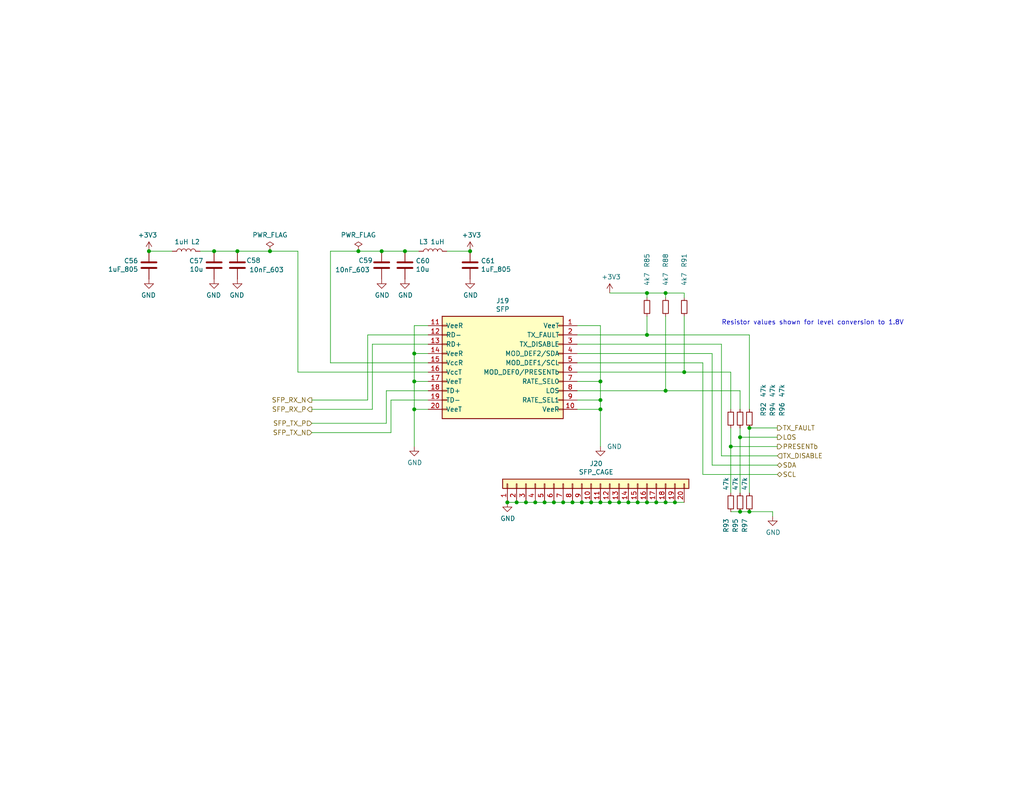
<source format=kicad_sch>
(kicad_sch (version 20230121) (generator eeschema)
  (paper "USLetter")
  (title_block (title "Timing FMC") (date "2018-11-01") (rev "0.0"))
  (lib_symbols
    (symbol "Connector_Generic:Conn_01x20" (pin_names (offset 1.016) hide)
      (property "Reference" "J" (at 0 25.4 0))
      (property "Value" "Conn_01x20" (at 0 -27.94 0))
      (symbol "Conn_01x20_1_1"
        (rectangle (start -1.27 -25.273) (end 0 -25.527) (stroke (width 0.1524)))
        (rectangle (start -1.27 -22.733) (end 0 -22.987) (stroke (width 0.1524)))
        (rectangle (start -1.27 -20.193) (end 0 -20.447) (stroke (width 0.1524)))
        (rectangle (start -1.27 -17.653) (end 0 -17.907) (stroke (width 0.1524)))
        (rectangle (start -1.27 -15.113) (end 0 -15.367) (stroke (width 0.1524)))
        (rectangle (start -1.27 -12.573) (end 0 -12.827) (stroke (width 0.1524)))
        (rectangle (start -1.27 -10.033) (end 0 -10.287) (stroke (width 0.1524)))
        (rectangle (start -1.27 -7.493) (end 0 -7.747) (stroke (width 0.1524)))
        (rectangle (start -1.27 -4.953) (end 0 -5.207) (stroke (width 0.1524)))
        (rectangle (start -1.27 -2.413) (end 0 -2.667) (stroke (width 0.1524)))
        (rectangle (start -1.27 0.127) (end 0 -0.127) (stroke (width 0.1524)))
        (rectangle (start -1.27 2.667) (end 0 2.413) (stroke (width 0.1524)))
        (rectangle (start -1.27 5.207) (end 0 4.953) (stroke (width 0.1524)))
        (rectangle (start -1.27 7.747) (end 0 7.493) (stroke (width 0.1524)))
        (rectangle (start -1.27 10.287) (end 0 10.033) (stroke (width 0.1524)))
        (rectangle (start -1.27 12.827) (end 0 12.573) (stroke (width 0.1524)))
        (rectangle (start -1.27 15.367) (end 0 15.113) (stroke (width 0.1524)))
        (rectangle (start -1.27 17.907) (end 0 17.653) (stroke (width 0.1524)))
        (rectangle (start -1.27 20.447) (end 0 20.193) (stroke (width 0.1524)))
        (rectangle (start -1.27 22.987) (end 0 22.733) (stroke (width 0.1524)))
        (rectangle (start -1.27 24.13) (end 1.27 -26.67) (stroke (width 0.254)) (fill (type background)))
        (pin passive line (at -5.08 22.86 0) (length 3.81) (name "Pin_1") (number "1"))
        (pin passive line (at -5.08 0 0) (length 3.81) (name "Pin_10") (number "10"))
        (pin passive line (at -5.08 -2.54 0) (length 3.81) (name "Pin_11") (number "11"))
        (pin passive line (at -5.08 -5.08 0) (length 3.81) (name "Pin_12") (number "12"))
        (pin passive line (at -5.08 -7.62 0) (length 3.81) (name "Pin_13") (number "13"))
        (pin passive line (at -5.08 -10.16 0) (length 3.81) (name "Pin_14") (number "14"))
        (pin passive line (at -5.08 -12.7 0) (length 3.81) (name "Pin_15") (number "15"))
        (pin passive line (at -5.08 -15.24 0) (length 3.81) (name "Pin_16") (number "16"))
        (pin passive line (at -5.08 -17.78 0) (length 3.81) (name "Pin_17") (number "17"))
        (pin passive line (at -5.08 -20.32 0) (length 3.81) (name "Pin_18") (number "18"))
        (pin passive line (at -5.08 -22.86 0) (length 3.81) (name "Pin_19") (number "19"))
        (pin passive line (at -5.08 20.32 0) (length 3.81) (name "Pin_2") (number "2"))
        (pin passive line (at -5.08 -25.4 0) (length 3.81) (name "Pin_20") (number "20"))
        (pin passive line (at -5.08 17.78 0) (length 3.81) (name "Pin_3") (number "3"))
        (pin passive line (at -5.08 15.24 0) (length 3.81) (name "Pin_4") (number "4"))
        (pin passive line (at -5.08 12.7 0) (length 3.81) (name "Pin_5") (number "5"))
        (pin passive line (at -5.08 10.16 0) (length 3.81) (name "Pin_6") (number "6"))
        (pin passive line (at -5.08 7.62 0) (length 3.81) (name "Pin_7") (number "7"))
        (pin passive line (at -5.08 5.08 0) (length 3.81) (name "Pin_8") (number "8"))
        (pin passive line (at -5.08 2.54 0) (length 3.81) (name "Pin_9") (number "9"))
      )
    )
    (symbol "Device:C" (pin_numbers hide) (pin_names (offset 0.254))
      (property "Reference" "C" (at 0.635 2.54 0))
      (property "Value" "C" (at 0.635 -2.54 0))
      (symbol "C_0_1"
        (polyline (pts (xy -2.032 -0.762) (xy 2.032 -0.762)) (stroke (width 0.508)))
        (polyline (pts (xy -2.032 0.762) (xy 2.032 0.762)) (stroke (width 0.508)))
      )
      (symbol "C_1_1"
        (pin passive line (at 0 3.81 270) (length 2.794) (name "~") (number "1"))
        (pin passive line (at 0 -3.81 90) (length 2.794) (name "~") (number "2"))
      )
    )
    (symbol "Device:L" (pin_numbers hide) (pin_names (offset 1.016) hide)
      (property "Reference" "L" (at -1.27 0 90))
      (property "Value" "L" (at 1.905 0 90))
      (symbol "L_0_1"
        (arc (start 0 -2.54) (mid 0.6323 -1.905) (end 0 -1.27))
        (arc (start 0 -1.27) (mid 0.6323 -0.635) (end 0 0))
        (arc (start 0 0) (mid 0.6323 0.635) (end 0 1.27))
        (arc (start 0 1.27) (mid 0.6323 1.905) (end 0 2.54))
      )
      (symbol "L_1_1"
        (pin passive line (at 0 3.81 270) (length 1.27) (name "1") (number "1"))
        (pin passive line (at 0 -3.81 90) (length 1.27) (name "2") (number "2"))
      )
    )
    (symbol "Device:R_Small" (pin_numbers hide) (pin_names (offset 0.254) hide)
      (property "Reference" "R" (at 0.762 0.508 0))
      (property "Value" "R_Small" (at 0.762 -1.016 0))
      (symbol "R_Small_0_1"
        (rectangle (start -0.762 1.778) (end 0.762 -1.778) (stroke (width 0.2032)))
      )
      (symbol "R_Small_1_1"
        (pin passive line (at 0 2.54 270) (length 0.762) (name "~") (number "1"))
        (pin passive line (at 0 -2.54 90) (length 0.762) (name "~") (number "2"))
      )
    )
    (symbol "fmc:10nF_603" (pin_numbers hide) (pin_names (offset 0.254))
      (property "Reference" "C" (at 0.635 2.54 0))
      (property "Value" "fmc_10nF_603" (at 0.635 -2.54 0))
      (symbol "10nF_603_0_1"
        (polyline (pts (xy -2.032 -0.762) (xy 2.032 -0.762)) (stroke (width 0.508)))
        (polyline (pts (xy -2.032 0.762) (xy 2.032 0.762)) (stroke (width 0.508)))
      )
      (symbol "10nF_603_1_1"
        (pin passive line (at 0 3.81 270) (length 2.794) (name "~") (number "1"))
        (pin passive line (at 0 -3.81 90) (length 2.794) (name "~") (number "2"))
      )
    )
    (symbol "fmc:1uF_805" (pin_numbers hide) (pin_names (offset 0.254))
      (property "Reference" "C" (at 0.635 2.54 0))
      (property "Value" "fmc_1uF_805" (at 0.635 -2.54 0))
      (symbol "1uF_805_0_1"
        (polyline (pts (xy -2.032 -0.762) (xy 2.032 -0.762)) (stroke (width 0.508)))
        (polyline (pts (xy -2.032 0.762) (xy 2.032 0.762)) (stroke (width 0.508)))
      )
      (symbol "1uF_805_1_1"
        (pin passive line (at 0 3.81 270) (length 2.794) (name "~") (number "1"))
        (pin passive line (at 0 -3.81 90) (length 2.794) (name "~") (number "2"))
      )
    )
    (symbol "fmc:SFP" (pin_names (offset 1.016))
      (property "Reference" "J" (at 0 15.24 0))
      (property "Value" "fmc_SFP" (at 0 -17.78 0))
      (property "Part" "1367073-1" (at 2.54 17.78 0))
      (property "Manufacturer" "TE" (at 5.08 20.32 0))
      (symbol "SFP_1_1"
        (rectangle (start -16.51 -12.573) (end -15.24 -12.827) (stroke (width 0.1524)))
        (rectangle (start -16.51 -10.033) (end -15.24 -10.287) (stroke (width 0.1524)))
        (rectangle (start -16.51 -7.493) (end -15.24 -7.747) (stroke (width 0.1524)))
        (rectangle (start -16.51 -4.953) (end -15.24 -5.207) (stroke (width 0.1524)))
        (rectangle (start -16.51 -2.413) (end -15.24 -2.667) (stroke (width 0.1524)))
        (rectangle (start -16.51 0.127) (end -15.24 -0.127) (stroke (width 0.1524)))
        (rectangle (start -16.51 2.667) (end -15.24 2.413) (stroke (width 0.1524)))
        (rectangle (start -16.51 5.207) (end -15.24 4.953) (stroke (width 0.1524)))
        (rectangle (start -16.51 7.747) (end -15.24 7.493) (stroke (width 0.1524)))
        (rectangle (start -16.51 10.287) (end -15.24 10.033) (stroke (width 0.1524)))
        (rectangle (start -16.51 12.7) (end 16.51 -15.24) (stroke (width 0.254)) (fill (type background)))
        (rectangle (start 16.51 -12.573) (end 15.24 -12.827) (stroke (width 0.1524)))
        (rectangle (start 16.51 -10.033) (end 15.24 -10.287) (stroke (width 0.1524)))
        (rectangle (start 16.51 -7.493) (end 15.24 -7.747) (stroke (width 0.1524)))
        (rectangle (start 16.51 -4.953) (end 15.24 -5.207) (stroke (width 0.1524)))
        (rectangle (start 16.51 -2.413) (end 15.24 -2.667) (stroke (width 0.1524)))
        (rectangle (start 16.51 0.127) (end 15.24 -0.127) (stroke (width 0.1524)))
        (rectangle (start 16.51 2.667) (end 15.24 2.413) (stroke (width 0.1524)))
        (rectangle (start 16.51 5.207) (end 15.24 4.953) (stroke (width 0.1524)))
        (rectangle (start 16.51 7.747) (end 15.24 7.493) (stroke (width 0.1524)))
        (rectangle (start 16.51 10.287) (end 15.24 10.033) (stroke (width 0.1524)))
        (pin power_in line (at -20.32 10.16 0) (length 3.81) (name "VeeT") (number "1"))
        (pin power_in line (at -20.32 -12.7 0) (length 3.81) (name "VeeR") (number "10"))
        (pin power_in line (at 20.32 10.16 180) (length 3.81) (name "VeeR") (number "11"))
        (pin output line (at 20.32 7.62 180) (length 3.81) (name "RD-") (number "12"))
        (pin output line (at 20.32 5.08 180) (length 3.81) (name "RD+") (number "13"))
        (pin power_in line (at 20.32 2.54 180) (length 3.81) (name "VeeR") (number "14"))
        (pin power_in line (at 20.32 0 180) (length 3.81) (name "VccR") (number "15"))
        (pin power_in line (at 20.32 -2.54 180) (length 3.81) (name "VccT") (number "16"))
        (pin power_in line (at 20.32 -5.08 180) (length 3.81) (name "VeeT") (number "17"))
        (pin input line (at 20.32 -7.62 180) (length 3.81) (name "TD+") (number "18"))
        (pin input line (at 20.32 -10.16 180) (length 3.81) (name "TD-") (number "19"))
        (pin open_collector line (at -20.32 7.62 0) (length 3.81) (name "TX_FAULT") (number "2"))
        (pin power_in line (at 20.32 -12.7 180) (length 3.81) (name "VeeT") (number "20"))
        (pin input line (at -20.32 5.08 0) (length 3.81) (name "TX_DISABLE") (number "3"))
        (pin bidirectional line (at -20.32 2.54 0) (length 3.81) (name "MOD_DEF2/SDA") (number "4"))
        (pin bidirectional line (at -20.32 0 0) (length 3.81) (name "MOD_DEF1/SCL") (number "5"))
        (pin open_collector line (at -20.32 -2.54 0) (length 3.81) (name "MOD_DEF0/PRESENTb") (number "6"))
        (pin input line (at -20.32 -5.08 0) (length 3.81) (name "RATE_SEL0") (number "7"))
        (pin open_collector line (at -20.32 -7.62 0) (length 3.81) (name "LOS") (number "8"))
        (pin input line (at -20.32 -10.16 0) (length 3.81) (name "RATE_SEL1") (number "9"))
      )
    )
    (symbol "power:+3V3" (power) (pin_names (offset 0))
      (property "Value" "+3V3" (at 0 3.556 0))
      (symbol "+3V3_0_1"
        (polyline (pts (xy -0.762 1.27) (xy 0 2.54)))
        (polyline (pts (xy 0 0) (xy 0 2.54)))
        (polyline (pts (xy 0 2.54) (xy 0.762 1.27)))
      )
      (symbol "+3V3_1_1"
        (pin power_in line (at 0 0 90) (length 0) hide (name "+3V3") (number "1"))
      )
    )
    (symbol "power:GND" (power) (pin_names (offset 0))
      (property "Value" "GND" (at 0 -3.81 0))
      (symbol "GND_0_1"
        (polyline (pts (xy 0 0) (xy 0 -1.27) (xy 1.27 -1.27) (xy 0 -2.54) (xy -1.27 -1.27) (xy 0 -1.27)))
      )
      (symbol "GND_1_1"
        (pin power_in line (at 0 0 270) (length 0) hide (name "GND") (number "1"))
      )
    )
    (symbol "power:PWR_FLAG" (power) (pin_numbers hide) (pin_names (offset 0) hide)
      (property "Value" "PWR_FLAG" (at 0 3.81 0))
      (symbol "PWR_FLAG_0_0"
        (pin power_out line (at 0 0 90) (length 0) (name "pwr") (number "1"))
      )
      (symbol "PWR_FLAG_0_1"
        (polyline (pts (xy 0 0) (xy 0 1.27) (xy -1.016 1.905) (xy 0 2.54) (xy 1.016 1.905) (xy 0 1.27)))
      )
    )
  )
  (junction (at 176.53 80.01))
  (junction (at 113.03 96.52))
  (junction (at 64.77 68.58))
  (junction (at 138.43 137.16))
  (junction (at 110.49 68.58))
  (junction (at 40.64 68.58))
  (junction (at 181.61 137.16))
  (junction (at 161.29 137.16))
  (junction (at 148.59 137.16))
  (junction (at 186.69 101.6))
  (junction (at 163.83 104.14))
  (junction (at 173.99 137.16))
  (junction (at 201.93 139.7))
  (junction (at 113.03 104.14))
  (junction (at 201.93 119.38))
  (junction (at 181.61 80.01))
  (junction (at 163.83 111.76))
  (junction (at 163.83 137.16))
  (junction (at 176.53 137.16))
  (junction (at 153.67 137.16))
  (junction (at 176.53 91.44))
  (junction (at 140.97 137.16))
  (junction (at 151.13 137.16))
  (junction (at 97.79 68.58))
  (junction (at 181.61 106.68))
  (junction (at 156.21 137.16))
  (junction (at 184.15 137.16))
  (junction (at 128.27 68.58))
  (junction (at 104.14 68.58))
  (junction (at 163.83 109.22))
  (junction (at 179.07 137.16))
  (junction (at 204.47 139.7))
  (junction (at 166.37 137.16))
  (junction (at 204.47 116.84))
  (junction (at 199.39 121.92))
  (junction (at 171.45 137.16))
  (junction (at 58.42 68.58))
  (junction (at 158.75 137.16))
  (junction (at 113.03 111.76))
  (junction (at 168.91 137.16))
  (junction (at 73.66 68.58))
  (junction (at 146.05 137.16))
  (junction (at 143.51 137.16))
  (wire (pts (xy 173.99 137.16) (xy 171.45 137.16)))
  (wire (pts (xy 101.6 111.76) (xy 85.09 111.76)))
  (wire (pts (xy 199.39 134.62) (xy 199.39 121.92)))
  (wire (pts (xy 199.39 116.84) (xy 199.39 121.92)))
  (wire (pts (xy 163.83 111.76) (xy 163.83 121.92)))
  (wire (pts (xy 201.93 116.84) (xy 201.93 119.38)))
  (wire (pts (xy 140.97 137.16) (xy 138.43 137.16)))
  (wire (pts (xy 157.48 91.44) (xy 176.53 91.44)))
  (wire (pts (xy 201.93 119.38) (xy 212.09 119.38)))
  (wire (pts (xy 104.14 68.58) (xy 97.79 68.58)))
  (wire (pts (xy 199.39 121.92) (xy 212.09 121.92)))
  (wire (pts (xy 40.64 68.58) (xy 46.99 68.58)))
  (wire (pts (xy 157.48 96.52) (xy 194.31 96.52)))
  (wire (pts (xy 181.61 86.36) (xy 181.61 106.68)))
  (wire (pts (xy 176.53 86.36) (xy 176.53 91.44)))
  (wire (pts (xy 161.29 137.16) (xy 158.75 137.16)))
  (wire (pts (xy 116.84 109.22) (xy 106.68 109.22)))
  (wire (pts (xy 110.49 68.58) (xy 114.3 68.58)))
  (wire (pts (xy 157.48 88.9) (xy 163.83 88.9)))
  (wire (pts (xy 176.53 80.01) (xy 181.61 80.01)))
  (wire (pts (xy 194.31 96.52) (xy 194.31 127)))
  (wire (pts (xy 105.41 106.68) (xy 105.41 115.57)))
  (wire (pts (xy 199.39 139.7) (xy 201.93 139.7)))
  (wire (pts (xy 157.48 99.06) (xy 191.77 99.06)))
  (wire (pts (xy 204.47 111.76) (xy 204.47 91.44)))
  (wire (pts (xy 196.85 124.46) (xy 212.09 124.46)))
  (wire (pts (xy 201.93 139.7) (xy 204.47 139.7)))
  (wire (pts (xy 199.39 101.6) (xy 199.39 111.76)))
  (wire (pts (xy 157.48 106.68) (xy 181.61 106.68)))
  (wire (pts (xy 210.82 139.7) (xy 210.82 140.97)))
  (wire (pts (xy 116.84 96.52) (xy 113.03 96.52)))
  (wire (pts (xy 184.15 137.16) (xy 181.61 137.16)))
  (wire (pts (xy 116.84 104.14) (xy 113.03 104.14)))
  (wire (pts (xy 156.21 137.16) (xy 153.67 137.16)))
  (wire (pts (xy 106.68 118.11) (xy 85.09 118.11)))
  (wire (pts (xy 153.67 137.16) (xy 151.13 137.16)))
  (wire (pts (xy 181.61 80.01) (xy 181.61 81.28)))
  (wire (pts (xy 58.42 68.58) (xy 54.61 68.58)))
  (wire (pts (xy 143.51 137.16) (xy 140.97 137.16)))
  (wire (pts (xy 90.17 68.58) (xy 90.17 99.06)))
  (wire (pts (xy 181.61 106.68) (xy 201.93 106.68)))
  (wire (pts (xy 166.37 80.01) (xy 176.53 80.01)))
  (wire (pts (xy 191.77 129.54) (xy 212.09 129.54)))
  (wire (pts (xy 204.47 139.7) (xy 210.82 139.7)))
  (wire (pts (xy 196.85 93.98) (xy 196.85 124.46)))
  (wire (pts (xy 157.48 93.98) (xy 196.85 93.98)))
  (wire (pts (xy 186.69 101.6) (xy 199.39 101.6)))
  (wire (pts (xy 176.53 91.44) (xy 204.47 91.44)))
  (wire (pts (xy 105.41 115.57) (xy 85.09 115.57)))
  (wire (pts (xy 116.84 93.98) (xy 101.6 93.98)))
  (wire (pts (xy 181.61 80.01) (xy 186.69 80.01)))
  (wire (pts (xy 157.48 111.76) (xy 163.83 111.76)))
  (wire (pts (xy 181.61 137.16) (xy 179.07 137.16)))
  (wire (pts (xy 163.83 109.22) (xy 163.83 111.76)))
  (wire (pts (xy 116.84 91.44) (xy 100.33 91.44)))
  (wire (pts (xy 168.91 137.16) (xy 166.37 137.16)))
  (wire (pts (xy 194.31 127) (xy 212.09 127)))
  (wire (pts (xy 81.28 68.58) (xy 73.66 68.58)))
  (wire (pts (xy 113.03 88.9) (xy 113.03 96.52)))
  (wire (pts (xy 81.28 101.6) (xy 81.28 68.58)))
  (wire (pts (xy 157.48 101.6) (xy 186.69 101.6)))
  (wire (pts (xy 163.83 88.9) (xy 163.83 104.14)))
  (wire (pts (xy 151.13 137.16) (xy 148.59 137.16)))
  (wire (pts (xy 166.37 137.16) (xy 163.83 137.16)))
  (wire (pts (xy 113.03 111.76) (xy 113.03 121.92)))
  (wire (pts (xy 116.84 111.76) (xy 113.03 111.76)))
  (wire (pts (xy 176.53 80.01) (xy 176.53 81.28)))
  (wire (pts (xy 148.59 137.16) (xy 146.05 137.16)))
  (wire (pts (xy 204.47 116.84) (xy 212.09 116.84)))
  (wire (pts (xy 116.84 101.6) (xy 81.28 101.6)))
  (wire (pts (xy 100.33 109.22) (xy 85.09 109.22)))
  (wire (pts (xy 186.69 137.16) (xy 184.15 137.16)))
  (wire (pts (xy 179.07 137.16) (xy 176.53 137.16)))
  (wire (pts (xy 163.83 137.16) (xy 161.29 137.16)))
  (wire (pts (xy 171.45 137.16) (xy 168.91 137.16)))
  (wire (pts (xy 146.05 137.16) (xy 143.51 137.16)))
  (wire (pts (xy 113.03 104.14) (xy 113.03 111.76)))
  (wire (pts (xy 186.69 86.36) (xy 186.69 101.6)))
  (wire (pts (xy 106.68 109.22) (xy 106.68 118.11)))
  (wire (pts (xy 176.53 137.16) (xy 173.99 137.16)))
  (wire (pts (xy 201.93 119.38) (xy 201.93 134.62)))
  (wire (pts (xy 73.66 68.58) (xy 64.77 68.58)))
  (wire (pts (xy 163.83 104.14) (xy 163.83 109.22)))
  (wire (pts (xy 156.21 137.16) (xy 158.75 137.16)))
  (wire (pts (xy 116.84 106.68) (xy 105.41 106.68)))
  (wire (pts (xy 104.14 68.58) (xy 110.49 68.58)))
  (wire (pts (xy 90.17 99.06) (xy 116.84 99.06)))
  (wire (pts (xy 97.79 68.58) (xy 90.17 68.58)))
  (wire (pts (xy 186.69 80.01) (xy 186.69 81.28)))
  (wire (pts (xy 157.48 109.22) (xy 163.83 109.22)))
  (wire (pts (xy 121.92 68.58) (xy 128.27 68.58)))
  (wire (pts (xy 100.33 91.44) (xy 100.33 109.22)))
  (wire (pts (xy 64.77 68.58) (xy 58.42 68.58)))
  (wire (pts (xy 116.84 88.9) (xy 113.03 88.9)))
  (wire (pts (xy 191.77 99.06) (xy 191.77 129.54)))
  (wire (pts (xy 204.47 116.84) (xy 204.47 134.62)))
  (wire (pts (xy 201.93 106.68) (xy 201.93 111.76)))
  (wire (pts (xy 101.6 93.98) (xy 101.6 111.76)))
  (wire (pts (xy 157.48 104.14) (xy 163.83 104.14)))
  (wire (pts (xy 113.03 96.52) (xy 113.03 104.14)))
  (text "Resistor values shown for level conversion to 1.8V" (at 196.85 88.9 0) (effects (font (size 1.27 1.27)) (justify left bottom)))
  (hierarchical_label "SFP_RX_N" (shape output) (at 85.09 109.22 180))
  (hierarchical_label "SCL" (shape bidirectional) (at 212.09 129.54 0))
  (hierarchical_label "SFP_RX_P" (shape output) (at 85.09 111.76 180))
  (hierarchical_label "PRESENTb" (shape output) (at 212.09 121.92 0))
  (hierarchical_label "TX_DISABLE" (shape input) (at 212.09 124.46 0))
  (hierarchical_label "TX_FAULT" (shape output) (at 212.09 116.84 0))
  (hierarchical_label "SFP_TX_N" (shape input) (at 85.09 118.11 180))
  (hierarchical_label "LOS" (shape output) (at 212.09 119.38 0))
  (hierarchical_label "SDA" (shape bidirectional) (at 212.09 127 0))
  (hierarchical_label "SFP_TX_P" (shape input) (at 85.09 115.57 180))
  (symbol (lib_id "Connector_Generic:Conn_01x20") (at 161.29 132.08 90) (unit 1)
    (property "Reference" "J20" (at 162.6616 126.5682 90))
    (property "Value" "SFP_CAGE" (at 162.6616 128.8796 90))
    (property "Footprint" "conn-sfp:sfp-cage-msa" (effects hide))
    (property "Part" "2227303-1" (effects hide))
    (property "Manufacturer" "TE Connectivity" (effects hide))
  )
  (symbol (lib_id "power:GND") (at 138.43 137.16 0) (unit 1)
    (property "Reference" "#PWR0184" (effects hide))
    (property "Value" "GND" (at 138.557 141.5542 0))
  )
  (symbol (lib_id "fmc:SFP") (at 137.16 99.06 0) (mirror y) (unit 1)
    (property "Reference" "J19" (at 137.16 82.1182 0))
    (property "Value" "SFP" (at 137.16 84.4296 0))
    (property "Footprint" "conn-sfp:TE_1367073-1" (effects hide))
    (property "Manufacturer" "TE" (effects hide))
    (property "Part" "1367073-1" (effects hide))
  )
  (symbol (lib_id "power:GND") (at 113.03 121.92 0) (unit 1)
    (property "Reference" "#PWR0179" (effects hide))
    (property "Value" "GND" (at 113.157 126.3142 0))
  )
  (symbol (lib_id "power:GND") (at 163.83 121.92 0) (unit 1)
    (property "Reference" "#PWR0185" (effects hide))
    (property "Value" "GND" (at 167.64 121.92 0))
  )
  (symbol (lib_id "Device:L") (at 50.8 68.58 270) (mirror x) (unit 1)
    (property "Reference" "L2" (at 53.34 66.04 90))
    (property "Value" "1uH" (at 49.53 66.04 90))
    (property "Footprint" "Inductor_SMD:L_1210_3225Metric" (effects hide))
    (property "Part" "LQH32PN1R0NN0L" (effects hide))
    (property "Manufacturer" "Murata" (effects hide))
  )
  (symbol (lib_id "Device:C") (at 58.42 72.39 0) (mirror y) (unit 1)
    (property "Reference" "C57" (at 55.499 71.2216 0) (effects (justify left)))
    (property "Value" "10u" (at 55.499 73.533 0) (effects (justify left)))
    (property "Footprint" "Capacitor_SMD:C_1206_3216Metric" (effects hide))
    (property "Manufacturer" "Samsung" (effects hide))
    (property "Part" "CL31A106KPHNNNE" (effects hide))
  )
  (symbol (lib_id "fmc:10nF_603") (at 64.77 72.39 0) (mirror y) (unit 1)
    (property "Reference" "C58" (at 71.12 71.12 0) (effects (justify left)))
    (property "Value" "10nF_603" (at 77.47 73.66 0) (effects (justify left)))
    (property "Footprint" "Capacitor_SMD:C_0603_1608Metric" (effects hide))
    (property "Manufacturer" "Murata" (effects hide))
    (property "Part" "GCM188R71H103KA37" (effects hide))
  )
  (symbol (lib_id "fmc:1uF_805") (at 40.64 72.39 0) (mirror y) (unit 1)
    (property "Reference" "C56" (at 37.719 71.2216 0) (effects (justify left)))
    (property "Value" "1uF_805" (at 37.719 73.533 0) (effects (justify left)))
    (property "Footprint" "Capacitor_SMD:C_0805_2012Metric" (effects hide))
    (property "Manufacturer" "Murata" (effects hide))
    (property "Part" "GCJ219R71C105KA01" (effects hide))
  )
  (symbol (lib_id "power:GND") (at 58.42 76.2 0) (mirror y) (unit 1)
    (property "Reference" "#PWR0189" (effects hide))
    (property "Value" "GND" (at 58.293 80.5942 0))
  )
  (symbol (lib_id "power:GND") (at 64.77 76.2 0) (mirror y) (unit 1)
    (property "Reference" "#PWR0188" (effects hide))
    (property "Value" "GND" (at 64.643 80.5942 0))
  )
  (symbol (lib_id "power:GND") (at 40.64 76.2 0) (mirror y) (unit 1)
    (property "Reference" "#PWR0190" (effects hide))
    (property "Value" "GND" (at 40.513 80.5942 0))
  )
  (symbol (lib_id "Device:L") (at 118.11 68.58 90) (unit 1)
    (property "Reference" "L3" (at 115.57 66.04 90))
    (property "Value" "1uH" (at 119.38 66.04 90))
    (property "Footprint" "Inductor_SMD:L_1210_3225Metric" (effects hide))
    (property "Part" "LQH32PN1R0NN0L" (effects hide))
    (property "Manufacturer" "Murata" (effects hide))
  )
  (symbol (lib_id "Device:C") (at 110.49 72.39 0) (unit 1)
    (property "Reference" "C60" (at 113.411 71.2216 0) (effects (justify left)))
    (property "Value" "10u" (at 113.411 73.533 0) (effects (justify left)))
    (property "Footprint" "Capacitor_SMD:C_1206_3216Metric" (effects hide))
    (property "Manufacturer" "Samsung" (effects hide))
    (property "Part" "CL31A106KPHNNNE" (effects hide))
  )
  (symbol (lib_id "fmc:10nF_603") (at 104.14 72.39 0) (unit 1)
    (property "Reference" "C59" (at 97.79 71.12 0) (effects (justify left)))
    (property "Value" "10nF_603" (at 91.44 73.66 0) (effects (justify left)))
    (property "Footprint" "Capacitor_SMD:C_0603_1608Metric" (effects hide))
    (property "Manufacturer" "Murata" (effects hide))
    (property "Part" "GCM188R71H103KA37" (effects hide))
  )
  (symbol (lib_id "fmc:1uF_805") (at 128.27 72.39 0) (unit 1)
    (property "Reference" "C61" (at 131.191 71.2216 0) (effects (justify left)))
    (property "Value" "1uF_805" (at 131.191 73.533 0) (effects (justify left)))
    (property "Footprint" "Capacitor_SMD:C_0805_2012Metric" (effects hide))
    (property "Manufacturer" "Murata" (effects hide))
    (property "Part" "GCJ219R71C105KA01" (effects hide))
  )
  (symbol (lib_id "power:GND") (at 110.49 76.2 0) (unit 1)
    (property "Reference" "#PWR0181" (effects hide))
    (property "Value" "GND" (at 110.617 80.5942 0))
  )
  (symbol (lib_id "power:GND") (at 104.14 76.2 0) (unit 1)
    (property "Reference" "#PWR0180" (effects hide))
    (property "Value" "GND" (at 104.267 80.5942 0))
  )
  (symbol (lib_id "power:GND") (at 128.27 76.2 0) (unit 1)
    (property "Reference" "#PWR0186" (effects hide))
    (property "Value" "GND" (at 128.397 80.5942 0))
  )
  (symbol (lib_id "power:+3V3") (at 128.27 68.58 0) (unit 1)
    (property "Reference" "#PWR0187" (effects hide))
    (property "Value" "+3V3" (at 128.651 64.1858 0))
  )
  (symbol (lib_id "power:+3V3") (at 40.64 68.58 0) (mirror y) (unit 1)
    (property "Reference" "#PWR0191" (effects hide))
    (property "Value" "+3V3" (at 40.259 64.1858 0))
  )
  (symbol (lib_id "power:PWR_FLAG") (at 73.66 68.58 0) (unit 1)
    (property "Reference" "#FLG0108" (effects hide))
    (property "Value" "PWR_FLAG" (at 73.66 64.1604 0))
  )
  (symbol (lib_id "power:PWR_FLAG") (at 97.79 68.58 0) (unit 1)
    (property "Reference" "#FLG0107" (effects hide))
    (property "Value" "PWR_FLAG" (at 97.79 64.1604 0))
  )
  (symbol (lib_id "Device:R_Small") (at 181.61 83.82 180) (unit 1)
    (property "Reference" "R88" (at 181.61 71.12 90))
    (property "Value" "4k7" (at 181.61 76.2 90))
    (property "Footprint" "Resistor_SMD:R_0603_1608Metric" (effects hide))
  )
  (symbol (lib_id "Device:R_Small") (at 186.69 83.82 180) (unit 1)
    (property "Reference" "R91" (at 186.69 71.12 90))
    (property "Value" "4k7" (at 186.69 76.2 90))
    (property "Footprint" "Resistor_SMD:R_0603_1608Metric" (effects hide))
  )
  (symbol (lib_id "Device:R_Small") (at 176.53 83.82 180) (unit 1)
    (property "Reference" "R85" (at 176.53 71.12 90))
    (property "Value" "4k7" (at 176.53 76.2 90))
    (property "Footprint" "Resistor_SMD:R_0603_1608Metric" (effects hide))
  )
  (symbol (lib_id "power:+3V3") (at 166.37 80.01 0) (unit 1)
    (property "Reference" "#PWR0183" (effects hide))
    (property "Value" "+3V3" (at 166.751 75.6158 0))
  )
  (symbol (lib_id "Device:R_Small") (at 199.39 114.3 180) (unit 1)
    (property "Reference" "R92" (at 208.28 111.76 90))
    (property "Value" "47k" (at 208.28 106.68 90))
    (property "Footprint" "Resistor_SMD:R_0603_1608Metric" (effects hide))
  )
  (symbol (lib_id "Device:R_Small") (at 201.93 114.3 180) (unit 1)
    (property "Reference" "R94" (at 210.82 111.76 90))
    (property "Value" "47k" (at 210.82 106.68 90))
    (property "Footprint" "Resistor_SMD:R_0603_1608Metric" (effects hide))
  )
  (symbol (lib_id "Device:R_Small") (at 204.47 114.3 180) (unit 1)
    (property "Reference" "R96" (at 213.36 111.76 90))
    (property "Value" "47k" (at 213.36 106.68 90))
    (property "Footprint" "Resistor_SMD:R_0603_1608Metric" (effects hide))
  )
  (symbol (lib_id "Device:R_Small") (at 199.39 137.16 180) (unit 1)
    (property "Reference" "R93" (at 198.12 143.51 90))
    (property "Value" "47k" (at 198.12 132.08 90))
    (property "Footprint" "Resistor_SMD:R_0603_1608Metric" (effects hide))
  )
  (symbol (lib_id "Device:R_Small") (at 201.93 137.16 180) (unit 1)
    (property "Reference" "R95" (at 200.66 143.51 90))
    (property "Value" "47k" (at 200.66 132.08 90))
    (property "Footprint" "Resistor_SMD:R_0603_1608Metric" (effects hide))
  )
  (symbol (lib_id "Device:R_Small") (at 204.47 137.16 180) (unit 1)
    (property "Reference" "R97" (at 203.2 143.51 90))
    (property "Value" "47k" (at 203.2 132.08 90))
    (property "Footprint" "Resistor_SMD:R_0603_1608Metric" (effects hide))
  )
  (symbol (lib_id "power:GND") (at 210.82 140.97 0) (unit 1)
    (property "Reference" "#PWR0182" (effects hide))
    (property "Value" "GND" (at 210.947 145.3642 0))
  )
)
</source>
